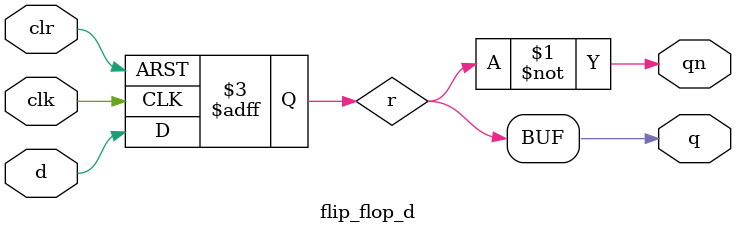
<source format=sv>
module gate_or(output o, input a, b); 
  assign o = a | b; // OR
endmodule

module gate_and(output o, input a, b);
  assign o = a && b; // AND
endmodule

module gate_xor(output o, input a, b);
  assign o = a ^ b; // XOR
endmodule

module flip_flop_d(output q, qn, input clk, clr, d);
  reg        r;   // Registrador
  assign q = r;   // Saida
  assign qn = ~r; // Saida Negada

  always @(posedge clk or posedge clr)
  begin
    if (clr) begin
      r <= 1'b0; // Clear on-rising (define o valor para 0)
    end else begin
      r <= d;    // Clock on-rising (define o valor para D)
    end
  end
endmodule
</source>
